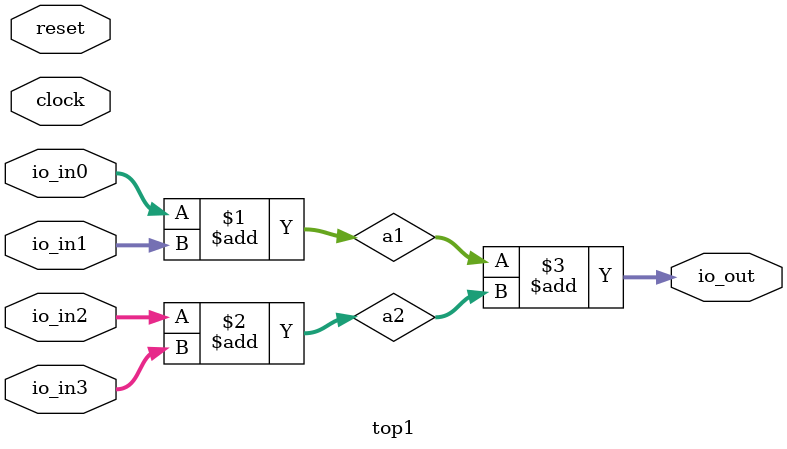
<source format=v>
module top1(
  input         clock,
  input         reset,
  input  [31:0] io_in0,
  input  [31:0] io_in1,
  input  [31:0] io_in2,
  input  [31:0] io_in3,
  output [31:0] io_out
);
  wire [31:0] a1 = io_in0 + io_in1; // @[2.3ADDER01.scala 27:6]
  wire [31:0] a2 = io_in2 + io_in3; // @[2.3ADDER01.scala 27:6]
  assign io_out = a1 + a2; // @[2.3ADDER01.scala 27:6]
endmodule

</source>
